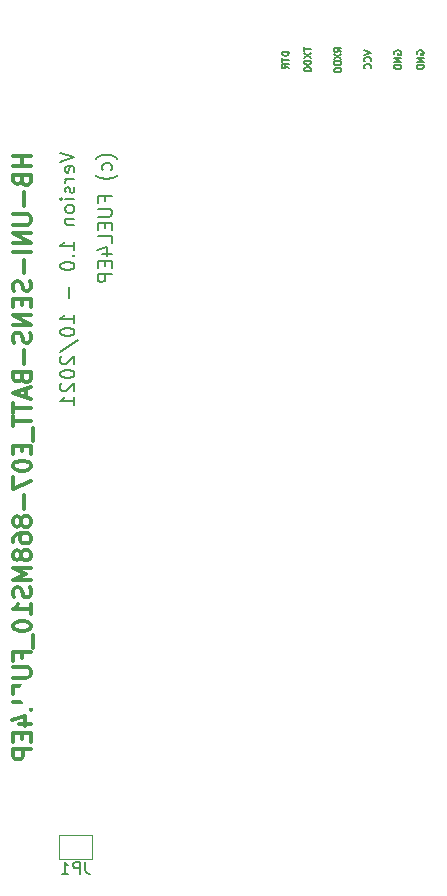
<source format=gbr>
G04 #@! TF.GenerationSoftware,KiCad,Pcbnew,5.1.10-88a1d61d58~88~ubuntu18.04.1*
G04 #@! TF.CreationDate,2021-10-13T19:09:58+02:00*
G04 #@! TF.ProjectId,HB-UNI-SEN-BATT_E07-868MS10_FUEL4EP,48422d55-4e49-42d5-9345-4e2d42415454,rev?*
G04 #@! TF.SameCoordinates,Original*
G04 #@! TF.FileFunction,Legend,Bot*
G04 #@! TF.FilePolarity,Positive*
%FSLAX46Y46*%
G04 Gerber Fmt 4.6, Leading zero omitted, Abs format (unit mm)*
G04 Created by KiCad (PCBNEW 5.1.10-88a1d61d58~88~ubuntu18.04.1) date 2021-10-13 19:09:58*
%MOMM*%
%LPD*%
G01*
G04 APERTURE LIST*
%ADD10C,0.200000*%
%ADD11C,0.300000*%
%ADD12C,0.120000*%
%ADD13C,0.150000*%
%ADD14O,1.350000X1.350000*%
%ADD15R,1.350000X1.350000*%
%ADD16R,2.000000X2.000000*%
%ADD17C,2.000000*%
%ADD18C,2.640000*%
%ADD19C,3.000000*%
%ADD20C,1.000000*%
%ADD21C,0.700000*%
%ADD22C,4.400000*%
%ADD23R,1.000000X1.500000*%
%ADD24O,1.600000X1.600000*%
%ADD25C,1.600000*%
%ADD26O,1.717500X1.800000*%
%ADD27R,1.717500X1.800000*%
%ADD28C,1.800000*%
%ADD29R,1.800000X1.800000*%
%ADD30C,1.200000*%
%ADD31R,1.200000X1.200000*%
%ADD32O,1.700000X1.700000*%
%ADD33R,1.700000X1.700000*%
G04 APERTURE END LIST*
D10*
X113395000Y-90928571D02*
X113337857Y-90871428D01*
X113166428Y-90757142D01*
X113052142Y-90700000D01*
X112880714Y-90642857D01*
X112595000Y-90585714D01*
X112366428Y-90585714D01*
X112080714Y-90642857D01*
X111909285Y-90700000D01*
X111795000Y-90757142D01*
X111623571Y-90871428D01*
X111566428Y-90928571D01*
X112880714Y-91900000D02*
X112937857Y-91785714D01*
X112937857Y-91557142D01*
X112880714Y-91442857D01*
X112823571Y-91385714D01*
X112709285Y-91328571D01*
X112366428Y-91328571D01*
X112252142Y-91385714D01*
X112195000Y-91442857D01*
X112137857Y-91557142D01*
X112137857Y-91785714D01*
X112195000Y-91900000D01*
X113395000Y-92300000D02*
X113337857Y-92357142D01*
X113166428Y-92471428D01*
X113052142Y-92528571D01*
X112880714Y-92585714D01*
X112595000Y-92642857D01*
X112366428Y-92642857D01*
X112080714Y-92585714D01*
X111909285Y-92528571D01*
X111795000Y-92471428D01*
X111623571Y-92357142D01*
X111566428Y-92300000D01*
X112309285Y-94528571D02*
X112309285Y-94128571D01*
X112937857Y-94128571D02*
X111737857Y-94128571D01*
X111737857Y-94700000D01*
X111737857Y-95157142D02*
X112709285Y-95157142D01*
X112823571Y-95214285D01*
X112880714Y-95271428D01*
X112937857Y-95385714D01*
X112937857Y-95614285D01*
X112880714Y-95728571D01*
X112823571Y-95785714D01*
X112709285Y-95842857D01*
X111737857Y-95842857D01*
X112309285Y-96414285D02*
X112309285Y-96814285D01*
X112937857Y-96985714D02*
X112937857Y-96414285D01*
X111737857Y-96414285D01*
X111737857Y-96985714D01*
X112937857Y-98071428D02*
X112937857Y-97500000D01*
X111737857Y-97500000D01*
X112137857Y-98985714D02*
X112937857Y-98985714D01*
X111680714Y-98700000D02*
X112537857Y-98414285D01*
X112537857Y-99157142D01*
X112309285Y-99614285D02*
X112309285Y-100014285D01*
X112937857Y-100185714D02*
X112937857Y-99614285D01*
X111737857Y-99614285D01*
X111737857Y-100185714D01*
X112937857Y-100700000D02*
X111737857Y-100700000D01*
X111737857Y-101157142D01*
X111795000Y-101271428D01*
X111852142Y-101328571D01*
X111966428Y-101385714D01*
X112137857Y-101385714D01*
X112252142Y-101328571D01*
X112309285Y-101271428D01*
X112366428Y-101157142D01*
X112366428Y-100700000D01*
X108562857Y-90414285D02*
X109762857Y-90814285D01*
X108562857Y-91214285D01*
X109705714Y-92071428D02*
X109762857Y-91957142D01*
X109762857Y-91728571D01*
X109705714Y-91614285D01*
X109591428Y-91557142D01*
X109134285Y-91557142D01*
X109020000Y-91614285D01*
X108962857Y-91728571D01*
X108962857Y-91957142D01*
X109020000Y-92071428D01*
X109134285Y-92128571D01*
X109248571Y-92128571D01*
X109362857Y-91557142D01*
X109762857Y-92642857D02*
X108962857Y-92642857D01*
X109191428Y-92642857D02*
X109077142Y-92700000D01*
X109020000Y-92757142D01*
X108962857Y-92871428D01*
X108962857Y-92985714D01*
X109705714Y-93328571D02*
X109762857Y-93442857D01*
X109762857Y-93671428D01*
X109705714Y-93785714D01*
X109591428Y-93842857D01*
X109534285Y-93842857D01*
X109420000Y-93785714D01*
X109362857Y-93671428D01*
X109362857Y-93500000D01*
X109305714Y-93385714D01*
X109191428Y-93328571D01*
X109134285Y-93328571D01*
X109020000Y-93385714D01*
X108962857Y-93500000D01*
X108962857Y-93671428D01*
X109020000Y-93785714D01*
X109762857Y-94357142D02*
X108962857Y-94357142D01*
X108562857Y-94357142D02*
X108620000Y-94300000D01*
X108677142Y-94357142D01*
X108620000Y-94414285D01*
X108562857Y-94357142D01*
X108677142Y-94357142D01*
X109762857Y-95100000D02*
X109705714Y-94985714D01*
X109648571Y-94928571D01*
X109534285Y-94871428D01*
X109191428Y-94871428D01*
X109077142Y-94928571D01*
X109020000Y-94985714D01*
X108962857Y-95100000D01*
X108962857Y-95271428D01*
X109020000Y-95385714D01*
X109077142Y-95442857D01*
X109191428Y-95500000D01*
X109534285Y-95500000D01*
X109648571Y-95442857D01*
X109705714Y-95385714D01*
X109762857Y-95271428D01*
X109762857Y-95100000D01*
X108962857Y-96014285D02*
X109762857Y-96014285D01*
X109077142Y-96014285D02*
X109020000Y-96071428D01*
X108962857Y-96185714D01*
X108962857Y-96357142D01*
X109020000Y-96471428D01*
X109134285Y-96528571D01*
X109762857Y-96528571D01*
X109762857Y-98642857D02*
X109762857Y-97957142D01*
X109762857Y-98300000D02*
X108562857Y-98300000D01*
X108734285Y-98185714D01*
X108848571Y-98071428D01*
X108905714Y-97957142D01*
X109648571Y-99157142D02*
X109705714Y-99214285D01*
X109762857Y-99157142D01*
X109705714Y-99100000D01*
X109648571Y-99157142D01*
X109762857Y-99157142D01*
X108562857Y-99957142D02*
X108562857Y-100071428D01*
X108620000Y-100185714D01*
X108677142Y-100242857D01*
X108791428Y-100300000D01*
X109020000Y-100357142D01*
X109305714Y-100357142D01*
X109534285Y-100300000D01*
X109648571Y-100242857D01*
X109705714Y-100185714D01*
X109762857Y-100071428D01*
X109762857Y-99957142D01*
X109705714Y-99842857D01*
X109648571Y-99785714D01*
X109534285Y-99728571D01*
X109305714Y-99671428D01*
X109020000Y-99671428D01*
X108791428Y-99728571D01*
X108677142Y-99785714D01*
X108620000Y-99842857D01*
X108562857Y-99957142D01*
X109305714Y-101785714D02*
X109305714Y-102700000D01*
X109762857Y-104814285D02*
X109762857Y-104128571D01*
X109762857Y-104471428D02*
X108562857Y-104471428D01*
X108734285Y-104357142D01*
X108848571Y-104242857D01*
X108905714Y-104128571D01*
X108562857Y-105557142D02*
X108562857Y-105671428D01*
X108620000Y-105785714D01*
X108677142Y-105842857D01*
X108791428Y-105900000D01*
X109020000Y-105957142D01*
X109305714Y-105957142D01*
X109534285Y-105900000D01*
X109648571Y-105842857D01*
X109705714Y-105785714D01*
X109762857Y-105671428D01*
X109762857Y-105557142D01*
X109705714Y-105442857D01*
X109648571Y-105385714D01*
X109534285Y-105328571D01*
X109305714Y-105271428D01*
X109020000Y-105271428D01*
X108791428Y-105328571D01*
X108677142Y-105385714D01*
X108620000Y-105442857D01*
X108562857Y-105557142D01*
X108505714Y-107328571D02*
X110048571Y-106300000D01*
X108677142Y-107671428D02*
X108620000Y-107728571D01*
X108562857Y-107842857D01*
X108562857Y-108128571D01*
X108620000Y-108242857D01*
X108677142Y-108300000D01*
X108791428Y-108357142D01*
X108905714Y-108357142D01*
X109077142Y-108300000D01*
X109762857Y-107614285D01*
X109762857Y-108357142D01*
X108562857Y-109100000D02*
X108562857Y-109214285D01*
X108620000Y-109328571D01*
X108677142Y-109385714D01*
X108791428Y-109442857D01*
X109020000Y-109500000D01*
X109305714Y-109500000D01*
X109534285Y-109442857D01*
X109648571Y-109385714D01*
X109705714Y-109328571D01*
X109762857Y-109214285D01*
X109762857Y-109100000D01*
X109705714Y-108985714D01*
X109648571Y-108928571D01*
X109534285Y-108871428D01*
X109305714Y-108814285D01*
X109020000Y-108814285D01*
X108791428Y-108871428D01*
X108677142Y-108928571D01*
X108620000Y-108985714D01*
X108562857Y-109100000D01*
X108677142Y-109957142D02*
X108620000Y-110014285D01*
X108562857Y-110128571D01*
X108562857Y-110414285D01*
X108620000Y-110528571D01*
X108677142Y-110585714D01*
X108791428Y-110642857D01*
X108905714Y-110642857D01*
X109077142Y-110585714D01*
X109762857Y-109900000D01*
X109762857Y-110642857D01*
X109762857Y-111785714D02*
X109762857Y-111100000D01*
X109762857Y-111442857D02*
X108562857Y-111442857D01*
X108734285Y-111328571D01*
X108848571Y-111214285D01*
X108905714Y-111100000D01*
D11*
X106083571Y-90722142D02*
X104583571Y-90722142D01*
X105297857Y-90722142D02*
X105297857Y-91579285D01*
X106083571Y-91579285D02*
X104583571Y-91579285D01*
X105297857Y-92793571D02*
X105369285Y-93007857D01*
X105440714Y-93079285D01*
X105583571Y-93150714D01*
X105797857Y-93150714D01*
X105940714Y-93079285D01*
X106012142Y-93007857D01*
X106083571Y-92865000D01*
X106083571Y-92293571D01*
X104583571Y-92293571D01*
X104583571Y-92793571D01*
X104655000Y-92936428D01*
X104726428Y-93007857D01*
X104869285Y-93079285D01*
X105012142Y-93079285D01*
X105155000Y-93007857D01*
X105226428Y-92936428D01*
X105297857Y-92793571D01*
X105297857Y-92293571D01*
X105512142Y-93793571D02*
X105512142Y-94936428D01*
X104583571Y-95650714D02*
X105797857Y-95650714D01*
X105940714Y-95722142D01*
X106012142Y-95793571D01*
X106083571Y-95936428D01*
X106083571Y-96222142D01*
X106012142Y-96365000D01*
X105940714Y-96436428D01*
X105797857Y-96507857D01*
X104583571Y-96507857D01*
X106083571Y-97222142D02*
X104583571Y-97222142D01*
X106083571Y-98079285D01*
X104583571Y-98079285D01*
X106083571Y-98793571D02*
X104583571Y-98793571D01*
X105512142Y-99507857D02*
X105512142Y-100650714D01*
X106012142Y-101293571D02*
X106083571Y-101507857D01*
X106083571Y-101865000D01*
X106012142Y-102007857D01*
X105940714Y-102079285D01*
X105797857Y-102150714D01*
X105655000Y-102150714D01*
X105512142Y-102079285D01*
X105440714Y-102007857D01*
X105369285Y-101865000D01*
X105297857Y-101579285D01*
X105226428Y-101436428D01*
X105155000Y-101365000D01*
X105012142Y-101293571D01*
X104869285Y-101293571D01*
X104726428Y-101365000D01*
X104655000Y-101436428D01*
X104583571Y-101579285D01*
X104583571Y-101936428D01*
X104655000Y-102150714D01*
X105297857Y-102793571D02*
X105297857Y-103293571D01*
X106083571Y-103507857D02*
X106083571Y-102793571D01*
X104583571Y-102793571D01*
X104583571Y-103507857D01*
X106083571Y-104150714D02*
X104583571Y-104150714D01*
X106083571Y-105007857D01*
X104583571Y-105007857D01*
X106012142Y-105650714D02*
X106083571Y-105865000D01*
X106083571Y-106222142D01*
X106012142Y-106365000D01*
X105940714Y-106436428D01*
X105797857Y-106507857D01*
X105655000Y-106507857D01*
X105512142Y-106436428D01*
X105440714Y-106365000D01*
X105369285Y-106222142D01*
X105297857Y-105936428D01*
X105226428Y-105793571D01*
X105155000Y-105722142D01*
X105012142Y-105650714D01*
X104869285Y-105650714D01*
X104726428Y-105722142D01*
X104655000Y-105793571D01*
X104583571Y-105936428D01*
X104583571Y-106293571D01*
X104655000Y-106507857D01*
X105512142Y-107150714D02*
X105512142Y-108293571D01*
X105297857Y-109507857D02*
X105369285Y-109722142D01*
X105440714Y-109793571D01*
X105583571Y-109865000D01*
X105797857Y-109865000D01*
X105940714Y-109793571D01*
X106012142Y-109722142D01*
X106083571Y-109579285D01*
X106083571Y-109007857D01*
X104583571Y-109007857D01*
X104583571Y-109507857D01*
X104655000Y-109650714D01*
X104726428Y-109722142D01*
X104869285Y-109793571D01*
X105012142Y-109793571D01*
X105155000Y-109722142D01*
X105226428Y-109650714D01*
X105297857Y-109507857D01*
X105297857Y-109007857D01*
X105655000Y-110436428D02*
X105655000Y-111150714D01*
X106083571Y-110293571D02*
X104583571Y-110793571D01*
X106083571Y-111293571D01*
X104583571Y-111579285D02*
X104583571Y-112436428D01*
X106083571Y-112007857D02*
X104583571Y-112007857D01*
X104583571Y-112722142D02*
X104583571Y-113579285D01*
X106083571Y-113150714D02*
X104583571Y-113150714D01*
X106226428Y-113722142D02*
X106226428Y-114865000D01*
X105297857Y-115222142D02*
X105297857Y-115722142D01*
X106083571Y-115936428D02*
X106083571Y-115222142D01*
X104583571Y-115222142D01*
X104583571Y-115936428D01*
X104583571Y-116865000D02*
X104583571Y-117007857D01*
X104655000Y-117150714D01*
X104726428Y-117222142D01*
X104869285Y-117293571D01*
X105155000Y-117365000D01*
X105512142Y-117365000D01*
X105797857Y-117293571D01*
X105940714Y-117222142D01*
X106012142Y-117150714D01*
X106083571Y-117007857D01*
X106083571Y-116865000D01*
X106012142Y-116722142D01*
X105940714Y-116650714D01*
X105797857Y-116579285D01*
X105512142Y-116507857D01*
X105155000Y-116507857D01*
X104869285Y-116579285D01*
X104726428Y-116650714D01*
X104655000Y-116722142D01*
X104583571Y-116865000D01*
X104583571Y-117865000D02*
X104583571Y-118865000D01*
X106083571Y-118222142D01*
X105512142Y-119436428D02*
X105512142Y-120579285D01*
X105226428Y-121507857D02*
X105155000Y-121365000D01*
X105083571Y-121293571D01*
X104940714Y-121222142D01*
X104869285Y-121222142D01*
X104726428Y-121293571D01*
X104655000Y-121365000D01*
X104583571Y-121507857D01*
X104583571Y-121793571D01*
X104655000Y-121936428D01*
X104726428Y-122007857D01*
X104869285Y-122079285D01*
X104940714Y-122079285D01*
X105083571Y-122007857D01*
X105155000Y-121936428D01*
X105226428Y-121793571D01*
X105226428Y-121507857D01*
X105297857Y-121365000D01*
X105369285Y-121293571D01*
X105512142Y-121222142D01*
X105797857Y-121222142D01*
X105940714Y-121293571D01*
X106012142Y-121365000D01*
X106083571Y-121507857D01*
X106083571Y-121793571D01*
X106012142Y-121936428D01*
X105940714Y-122007857D01*
X105797857Y-122079285D01*
X105512142Y-122079285D01*
X105369285Y-122007857D01*
X105297857Y-121936428D01*
X105226428Y-121793571D01*
X104583571Y-123365000D02*
X104583571Y-123079285D01*
X104655000Y-122936428D01*
X104726428Y-122865000D01*
X104940714Y-122722142D01*
X105226428Y-122650714D01*
X105797857Y-122650714D01*
X105940714Y-122722142D01*
X106012142Y-122793571D01*
X106083571Y-122936428D01*
X106083571Y-123222142D01*
X106012142Y-123365000D01*
X105940714Y-123436428D01*
X105797857Y-123507857D01*
X105440714Y-123507857D01*
X105297857Y-123436428D01*
X105226428Y-123365000D01*
X105155000Y-123222142D01*
X105155000Y-122936428D01*
X105226428Y-122793571D01*
X105297857Y-122722142D01*
X105440714Y-122650714D01*
X105226428Y-124365000D02*
X105155000Y-124222142D01*
X105083571Y-124150714D01*
X104940714Y-124079285D01*
X104869285Y-124079285D01*
X104726428Y-124150714D01*
X104655000Y-124222142D01*
X104583571Y-124365000D01*
X104583571Y-124650714D01*
X104655000Y-124793571D01*
X104726428Y-124865000D01*
X104869285Y-124936428D01*
X104940714Y-124936428D01*
X105083571Y-124865000D01*
X105155000Y-124793571D01*
X105226428Y-124650714D01*
X105226428Y-124365000D01*
X105297857Y-124222142D01*
X105369285Y-124150714D01*
X105512142Y-124079285D01*
X105797857Y-124079285D01*
X105940714Y-124150714D01*
X106012142Y-124222142D01*
X106083571Y-124365000D01*
X106083571Y-124650714D01*
X106012142Y-124793571D01*
X105940714Y-124865000D01*
X105797857Y-124936428D01*
X105512142Y-124936428D01*
X105369285Y-124865000D01*
X105297857Y-124793571D01*
X105226428Y-124650714D01*
X106083571Y-125579285D02*
X104583571Y-125579285D01*
X105655000Y-126079285D01*
X104583571Y-126579285D01*
X106083571Y-126579285D01*
X106012142Y-127222142D02*
X106083571Y-127436428D01*
X106083571Y-127793571D01*
X106012142Y-127936428D01*
X105940714Y-128007857D01*
X105797857Y-128079285D01*
X105655000Y-128079285D01*
X105512142Y-128007857D01*
X105440714Y-127936428D01*
X105369285Y-127793571D01*
X105297857Y-127507857D01*
X105226428Y-127365000D01*
X105155000Y-127293571D01*
X105012142Y-127222142D01*
X104869285Y-127222142D01*
X104726428Y-127293571D01*
X104655000Y-127365000D01*
X104583571Y-127507857D01*
X104583571Y-127865000D01*
X104655000Y-128079285D01*
X106083571Y-129507857D02*
X106083571Y-128650714D01*
X106083571Y-129079285D02*
X104583571Y-129079285D01*
X104797857Y-128936428D01*
X104940714Y-128793571D01*
X105012142Y-128650714D01*
X104583571Y-130436428D02*
X104583571Y-130579285D01*
X104655000Y-130722142D01*
X104726428Y-130793571D01*
X104869285Y-130865000D01*
X105155000Y-130936428D01*
X105512142Y-130936428D01*
X105797857Y-130865000D01*
X105940714Y-130793571D01*
X106012142Y-130722142D01*
X106083571Y-130579285D01*
X106083571Y-130436428D01*
X106012142Y-130293571D01*
X105940714Y-130222142D01*
X105797857Y-130150714D01*
X105512142Y-130079285D01*
X105155000Y-130079285D01*
X104869285Y-130150714D01*
X104726428Y-130222142D01*
X104655000Y-130293571D01*
X104583571Y-130436428D01*
X106226428Y-131222142D02*
X106226428Y-132365000D01*
X105297857Y-133222142D02*
X105297857Y-132722142D01*
X106083571Y-132722142D02*
X104583571Y-132722142D01*
X104583571Y-133436428D01*
X104583571Y-134007857D02*
X105797857Y-134007857D01*
X105940714Y-134079285D01*
X106012142Y-134150714D01*
X106083571Y-134293571D01*
X106083571Y-134579285D01*
X106012142Y-134722142D01*
X105940714Y-134793571D01*
X105797857Y-134865000D01*
X104583571Y-134865000D01*
X105297857Y-135579285D02*
X105297857Y-136079285D01*
X106083571Y-136293571D02*
X106083571Y-135579285D01*
X104583571Y-135579285D01*
X104583571Y-136293571D01*
X106083571Y-137650714D02*
X106083571Y-136936428D01*
X104583571Y-136936428D01*
X105083571Y-138793571D02*
X106083571Y-138793571D01*
X104512142Y-138436428D02*
X105583571Y-138079285D01*
X105583571Y-139007857D01*
X105297857Y-139579285D02*
X105297857Y-140079285D01*
X106083571Y-140293571D02*
X106083571Y-139579285D01*
X104583571Y-139579285D01*
X104583571Y-140293571D01*
X106083571Y-140936428D02*
X104583571Y-140936428D01*
X104583571Y-141507857D01*
X104655000Y-141650714D01*
X104726428Y-141722142D01*
X104869285Y-141793571D01*
X105083571Y-141793571D01*
X105226428Y-141722142D01*
X105297857Y-141650714D01*
X105369285Y-141507857D01*
X105369285Y-140936428D01*
D12*
X111250000Y-150225000D02*
X108450000Y-150225000D01*
X108450000Y-150225000D02*
X108450000Y-148225000D01*
X108450000Y-148225000D02*
X111250000Y-148225000D01*
X111250000Y-148225000D02*
X111250000Y-150225000D01*
D13*
X127635000Y-80010000D02*
G75*
G03*
X127635000Y-80010000I-635000J0D01*
G01*
X130175000Y-80010000D02*
G75*
G03*
X130175000Y-80010000I-635000J0D01*
G01*
X132715000Y-80010000D02*
G75*
G03*
X132715000Y-80010000I-635000J0D01*
G01*
X135255000Y-80010000D02*
G75*
G03*
X135255000Y-80010000I-635000J0D01*
G01*
X137795000Y-80010000D02*
G75*
G03*
X137795000Y-80010000I-635000J0D01*
G01*
X140335000Y-80010000D02*
G75*
G03*
X140335000Y-80010000I-635000J0D01*
G01*
X110683333Y-150477380D02*
X110683333Y-151191666D01*
X110730952Y-151334523D01*
X110826190Y-151429761D01*
X110969047Y-151477380D01*
X111064285Y-151477380D01*
X110207142Y-151477380D02*
X110207142Y-150477380D01*
X109826190Y-150477380D01*
X109730952Y-150525000D01*
X109683333Y-150572619D01*
X109635714Y-150667857D01*
X109635714Y-150810714D01*
X109683333Y-150905952D01*
X109730952Y-150953571D01*
X109826190Y-151001190D01*
X110207142Y-151001190D01*
X108683333Y-151477380D02*
X109254761Y-151477380D01*
X108969047Y-151477380D02*
X108969047Y-150477380D01*
X109064285Y-150620238D01*
X109159523Y-150715476D01*
X109254761Y-150763095D01*
X127906428Y-81864285D02*
X127306428Y-81864285D01*
X127306428Y-82007142D01*
X127335000Y-82092857D01*
X127392142Y-82150000D01*
X127449285Y-82178571D01*
X127563571Y-82207142D01*
X127649285Y-82207142D01*
X127763571Y-82178571D01*
X127820714Y-82150000D01*
X127877857Y-82092857D01*
X127906428Y-82007142D01*
X127906428Y-81864285D01*
X127306428Y-82378571D02*
X127306428Y-82721428D01*
X127906428Y-82550000D02*
X127306428Y-82550000D01*
X127906428Y-83264285D02*
X127620714Y-83064285D01*
X127906428Y-82921428D02*
X127306428Y-82921428D01*
X127306428Y-83150000D01*
X127335000Y-83207142D01*
X127363571Y-83235714D01*
X127420714Y-83264285D01*
X127506428Y-83264285D01*
X127563571Y-83235714D01*
X127592142Y-83207142D01*
X127620714Y-83150000D01*
X127620714Y-82921428D01*
X129211428Y-81507142D02*
X129211428Y-81850000D01*
X129811428Y-81678571D02*
X129211428Y-81678571D01*
X129211428Y-81992857D02*
X129811428Y-82392857D01*
X129211428Y-82392857D02*
X129811428Y-81992857D01*
X129811428Y-82621428D02*
X129211428Y-82621428D01*
X129211428Y-82764285D01*
X129240000Y-82850000D01*
X129297142Y-82907142D01*
X129354285Y-82935714D01*
X129468571Y-82964285D01*
X129554285Y-82964285D01*
X129668571Y-82935714D01*
X129725714Y-82907142D01*
X129782857Y-82850000D01*
X129811428Y-82764285D01*
X129811428Y-82621428D01*
X129211428Y-83335714D02*
X129211428Y-83392857D01*
X129240000Y-83450000D01*
X129268571Y-83478571D01*
X129325714Y-83507142D01*
X129440000Y-83535714D01*
X129582857Y-83535714D01*
X129697142Y-83507142D01*
X129754285Y-83478571D01*
X129782857Y-83450000D01*
X129811428Y-83392857D01*
X129811428Y-83335714D01*
X129782857Y-83278571D01*
X129754285Y-83250000D01*
X129697142Y-83221428D01*
X129582857Y-83192857D01*
X129440000Y-83192857D01*
X129325714Y-83221428D01*
X129268571Y-83250000D01*
X129240000Y-83278571D01*
X129211428Y-83335714D01*
X132351428Y-81864285D02*
X132065714Y-81664285D01*
X132351428Y-81521428D02*
X131751428Y-81521428D01*
X131751428Y-81750000D01*
X131780000Y-81807142D01*
X131808571Y-81835714D01*
X131865714Y-81864285D01*
X131951428Y-81864285D01*
X132008571Y-81835714D01*
X132037142Y-81807142D01*
X132065714Y-81750000D01*
X132065714Y-81521428D01*
X131751428Y-82064285D02*
X132351428Y-82464285D01*
X131751428Y-82464285D02*
X132351428Y-82064285D01*
X132351428Y-82692857D02*
X131751428Y-82692857D01*
X131751428Y-82835714D01*
X131780000Y-82921428D01*
X131837142Y-82978571D01*
X131894285Y-83007142D01*
X132008571Y-83035714D01*
X132094285Y-83035714D01*
X132208571Y-83007142D01*
X132265714Y-82978571D01*
X132322857Y-82921428D01*
X132351428Y-82835714D01*
X132351428Y-82692857D01*
X131751428Y-83407142D02*
X131751428Y-83464285D01*
X131780000Y-83521428D01*
X131808571Y-83550000D01*
X131865714Y-83578571D01*
X131980000Y-83607142D01*
X132122857Y-83607142D01*
X132237142Y-83578571D01*
X132294285Y-83550000D01*
X132322857Y-83521428D01*
X132351428Y-83464285D01*
X132351428Y-83407142D01*
X132322857Y-83350000D01*
X132294285Y-83321428D01*
X132237142Y-83292857D01*
X132122857Y-83264285D01*
X131980000Y-83264285D01*
X131865714Y-83292857D01*
X131808571Y-83321428D01*
X131780000Y-83350000D01*
X131751428Y-83407142D01*
X134291428Y-81750000D02*
X134891428Y-81950000D01*
X134291428Y-82150000D01*
X134834285Y-82692857D02*
X134862857Y-82664285D01*
X134891428Y-82578571D01*
X134891428Y-82521428D01*
X134862857Y-82435714D01*
X134805714Y-82378571D01*
X134748571Y-82350000D01*
X134634285Y-82321428D01*
X134548571Y-82321428D01*
X134434285Y-82350000D01*
X134377142Y-82378571D01*
X134320000Y-82435714D01*
X134291428Y-82521428D01*
X134291428Y-82578571D01*
X134320000Y-82664285D01*
X134348571Y-82692857D01*
X134834285Y-83292857D02*
X134862857Y-83264285D01*
X134891428Y-83178571D01*
X134891428Y-83121428D01*
X134862857Y-83035714D01*
X134805714Y-82978571D01*
X134748571Y-82950000D01*
X134634285Y-82921428D01*
X134548571Y-82921428D01*
X134434285Y-82950000D01*
X134377142Y-82978571D01*
X134320000Y-83035714D01*
X134291428Y-83121428D01*
X134291428Y-83178571D01*
X134320000Y-83264285D01*
X134348571Y-83292857D01*
X136860000Y-82092857D02*
X136831428Y-82035714D01*
X136831428Y-81950000D01*
X136860000Y-81864285D01*
X136917142Y-81807142D01*
X136974285Y-81778571D01*
X137088571Y-81750000D01*
X137174285Y-81750000D01*
X137288571Y-81778571D01*
X137345714Y-81807142D01*
X137402857Y-81864285D01*
X137431428Y-81950000D01*
X137431428Y-82007142D01*
X137402857Y-82092857D01*
X137374285Y-82121428D01*
X137174285Y-82121428D01*
X137174285Y-82007142D01*
X137431428Y-82378571D02*
X136831428Y-82378571D01*
X137431428Y-82721428D01*
X136831428Y-82721428D01*
X137431428Y-83007142D02*
X136831428Y-83007142D01*
X136831428Y-83150000D01*
X136860000Y-83235714D01*
X136917142Y-83292857D01*
X136974285Y-83321428D01*
X137088571Y-83350000D01*
X137174285Y-83350000D01*
X137288571Y-83321428D01*
X137345714Y-83292857D01*
X137402857Y-83235714D01*
X137431428Y-83150000D01*
X137431428Y-83007142D01*
X138765000Y-82092857D02*
X138736428Y-82035714D01*
X138736428Y-81950000D01*
X138765000Y-81864285D01*
X138822142Y-81807142D01*
X138879285Y-81778571D01*
X138993571Y-81750000D01*
X139079285Y-81750000D01*
X139193571Y-81778571D01*
X139250714Y-81807142D01*
X139307857Y-81864285D01*
X139336428Y-81950000D01*
X139336428Y-82007142D01*
X139307857Y-82092857D01*
X139279285Y-82121428D01*
X139079285Y-82121428D01*
X139079285Y-82007142D01*
X139336428Y-82378571D02*
X138736428Y-82378571D01*
X139336428Y-82721428D01*
X138736428Y-82721428D01*
X139336428Y-83007142D02*
X138736428Y-83007142D01*
X138736428Y-83150000D01*
X138765000Y-83235714D01*
X138822142Y-83292857D01*
X138879285Y-83321428D01*
X138993571Y-83350000D01*
X139079285Y-83350000D01*
X139193571Y-83321428D01*
X139250714Y-83292857D01*
X139307857Y-83235714D01*
X139336428Y-83150000D01*
X139336428Y-83007142D01*
%LPC*%
D14*
X141901700Y-130670300D03*
X139901700Y-130670300D03*
X137901700Y-130670300D03*
X135901700Y-130670300D03*
X133901700Y-130670300D03*
X131901700Y-130670300D03*
X129901700Y-130670300D03*
D15*
X127901700Y-130670300D03*
D16*
X112420000Y-138900000D03*
D17*
X112420000Y-86910000D03*
D18*
X118415000Y-89670000D03*
X106425000Y-136150000D03*
D16*
X164490000Y-86860000D03*
D17*
X164490000Y-138850000D03*
D18*
X158495000Y-136090000D03*
X170485000Y-89610000D03*
D19*
X123800000Y-115470000D03*
D20*
X123800000Y-117750000D03*
X140260000Y-116310000D03*
X140260000Y-117580000D03*
X140260000Y-118850000D03*
X140260000Y-120120000D03*
X140260000Y-121390000D03*
X140260000Y-122660000D03*
X140260000Y-123930000D03*
X140260000Y-125200000D03*
D21*
X162272800Y-148477200D03*
X161000000Y-147950000D03*
X159727200Y-148477200D03*
X159200000Y-149750000D03*
X159727200Y-151022800D03*
X161000000Y-151550000D03*
X162272800Y-151022800D03*
X162800000Y-149750000D03*
D22*
X161000000Y-149750000D03*
D21*
X117272800Y-148477200D03*
X116000000Y-147950000D03*
X114727200Y-148477200D03*
X114200000Y-149750000D03*
X114727200Y-151022800D03*
X116000000Y-151550000D03*
X117272800Y-151022800D03*
X117800000Y-149750000D03*
D22*
X116000000Y-149750000D03*
D21*
X162272800Y-79977200D03*
X161000000Y-79450000D03*
X159727200Y-79977200D03*
X159200000Y-81250000D03*
X159727200Y-82522800D03*
X161000000Y-83050000D03*
X162272800Y-82522800D03*
X162800000Y-81250000D03*
D22*
X161000000Y-81250000D03*
D21*
X117272800Y-79977200D03*
X116000000Y-79450000D03*
X114727200Y-79977200D03*
X114200000Y-81250000D03*
X114727200Y-82522800D03*
X116000000Y-83050000D03*
X117272800Y-82522800D03*
X117800000Y-81250000D03*
D22*
X116000000Y-81250000D03*
D17*
X153185000Y-93345000D03*
X153185000Y-97845000D03*
X146685000Y-93345000D03*
X146685000Y-97845000D03*
D23*
X109200000Y-149225000D03*
X110500000Y-149225000D03*
D24*
X147320000Y-125095000D03*
D25*
X147320000Y-122555000D03*
D24*
X151130000Y-125095000D03*
D25*
X151130000Y-122555000D03*
D24*
X116840000Y-144780000D03*
D25*
X119380000Y-144780000D03*
D24*
X146050000Y-89535000D03*
D25*
X146050000Y-86995000D03*
D26*
X112530000Y-144780000D03*
X110240000Y-144780000D03*
D27*
X107950000Y-144780000D03*
D28*
X146050000Y-83820000D03*
D29*
X146050000Y-81280000D03*
D30*
X147955000Y-130405000D03*
D31*
X147955000Y-128905000D03*
D28*
X139700000Y-80010000D03*
X137160000Y-80010000D03*
X134620000Y-80010000D03*
X132080000Y-80010000D03*
X129540000Y-80010000D03*
X127000000Y-80010000D03*
X128270000Y-110490000D03*
X130810000Y-110490000D03*
X133350000Y-110490000D03*
X138430000Y-91440000D03*
X138430000Y-93980000D03*
X125730000Y-110490000D03*
X125730000Y-107950000D03*
X125730000Y-105410000D03*
X125730000Y-102870000D03*
X125730000Y-100330000D03*
X125730000Y-97790000D03*
X125730000Y-95250000D03*
X125730000Y-92710000D03*
X125730000Y-90170000D03*
X125730000Y-87630000D03*
X125730000Y-85090000D03*
X125730000Y-82550000D03*
X140970000Y-82550000D03*
X140970000Y-85090000D03*
X140970000Y-87630000D03*
X140970000Y-90170000D03*
X140970000Y-92710000D03*
X140970000Y-95250000D03*
X140970000Y-97790000D03*
X140970000Y-100330000D03*
X140970000Y-102870000D03*
X140970000Y-105410000D03*
X140970000Y-107950000D03*
X140970000Y-110490000D03*
X138430000Y-110490000D03*
X135890000Y-110490000D03*
X138430000Y-88900000D03*
X138430000Y-86360000D03*
D32*
X168790000Y-81250000D03*
D33*
X166250000Y-81250000D03*
D32*
X151130000Y-140970000D03*
X151130000Y-143510000D03*
X151130000Y-146050000D03*
D33*
X151130000Y-148590000D03*
D32*
X140970000Y-140970000D03*
X140970000Y-143510000D03*
X140970000Y-146050000D03*
D33*
X140970000Y-148590000D03*
D32*
X135890000Y-140970000D03*
X135890000Y-143510000D03*
X135890000Y-146050000D03*
D33*
X135890000Y-148590000D03*
D32*
X125730000Y-140970000D03*
X125730000Y-143510000D03*
X125730000Y-146050000D03*
D33*
X125730000Y-148590000D03*
D32*
X170180000Y-144780000D03*
X167640000Y-144780000D03*
X165100000Y-144780000D03*
X162560000Y-144780000D03*
X160020000Y-144780000D03*
D33*
X157480000Y-144780000D03*
D32*
X152400000Y-106680000D03*
D33*
X152400000Y-104140000D03*
D32*
X147320000Y-106680000D03*
D33*
X147320000Y-104140000D03*
D32*
X152400000Y-116205000D03*
D33*
X152400000Y-113665000D03*
D32*
X147320000Y-116205000D03*
D33*
X147320000Y-113665000D03*
M02*

</source>
